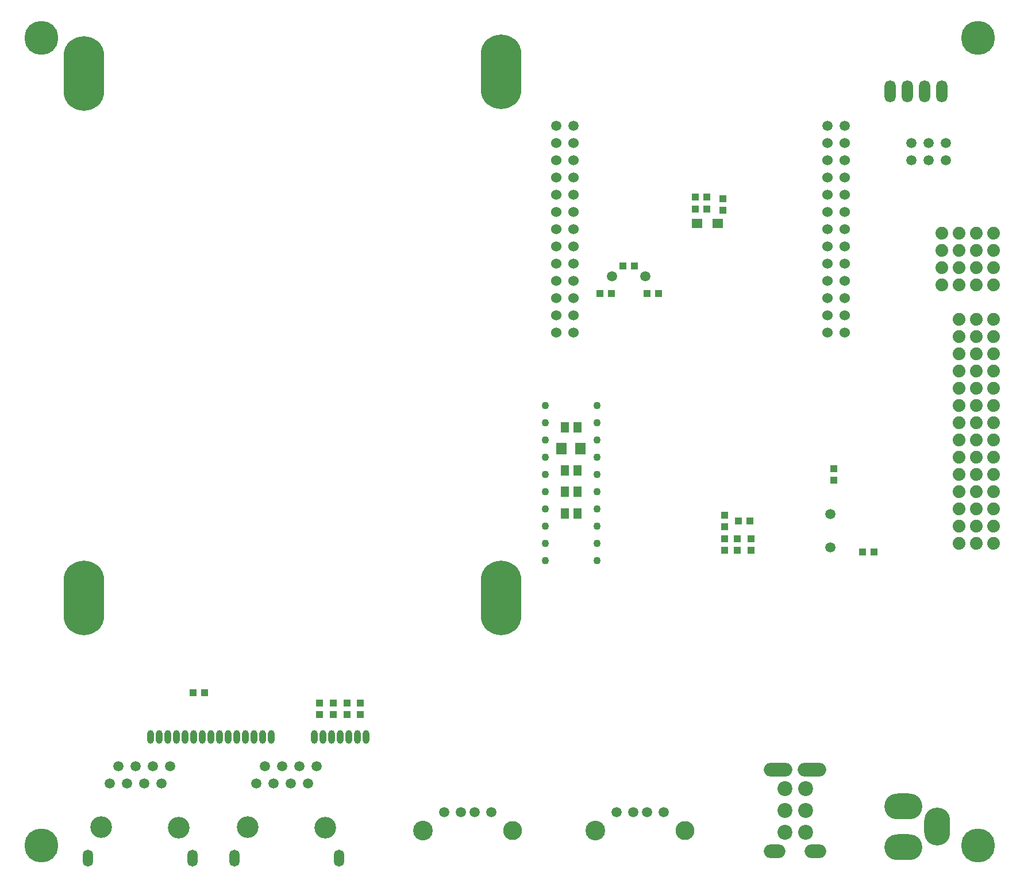
<source format=gbp>
G04 (created by PCBNEW (2013-03-19 BZR 4004)-stable) date 2015/1/4 17:53:05*
%MOIN*%
G04 Gerber Fmt 3.4, Leading zero omitted, Abs format*
%FSLAX34Y34*%
G01*
G70*
G90*
G04 APERTURE LIST*
%ADD10C,0*%
%ADD11O,0.0393701X0.0787402*%
%ADD12R,0.0629X0.0708*%
%ADD13R,0.0511X0.059*%
%ADD14O,0.15X0.22*%
%ADD15O,0.22X0.15*%
%ADD16C,0.19685*%
%ADD17C,0.06*%
%ADD18C,0.0593*%
%ADD19C,0.0433071*%
%ADD20R,0.0433X0.0393*%
%ADD21R,0.0393X0.0433*%
%ADD22C,0.0591*%
%ADD23R,0.0629X0.0551*%
%ADD24C,0.074*%
%ADD25C,0.114173*%
%ADD26C,0.110236*%
%ADD27O,0.0645X0.129*%
%ADD28O,0.23622X0.433071*%
%ADD29C,0.0866142*%
%ADD30O,0.125984X0.0787402*%
%ADD31O,0.165354X0.0787402*%
%ADD32C,0.125984*%
%ADD33O,0.0590551X0.0984252*%
G04 APERTURE END LIST*
G54D10*
G54D11*
X45620Y-70472D03*
X45120Y-70472D03*
X44620Y-70472D03*
X44120Y-70472D03*
X43620Y-70472D03*
X43120Y-70472D03*
X42620Y-70472D03*
X40120Y-70472D03*
X39620Y-70472D03*
X39120Y-70472D03*
X38620Y-70472D03*
X38120Y-70472D03*
X37620Y-70472D03*
X37120Y-70472D03*
X36620Y-70472D03*
X36120Y-70472D03*
X35620Y-70472D03*
X35120Y-70472D03*
X34620Y-70472D03*
X34120Y-70472D03*
X33620Y-70472D03*
X33120Y-70472D03*
G54D12*
X56949Y-53750D03*
X58051Y-53750D03*
G54D13*
X57874Y-55000D03*
X57126Y-55000D03*
G54D14*
X78750Y-75680D03*
G54D15*
X76780Y-74500D03*
X76780Y-76860D03*
G54D16*
X81102Y-76771D03*
X26771Y-76771D03*
X81102Y-29921D03*
G54D17*
X57631Y-47001D03*
X56631Y-47001D03*
X57631Y-46001D03*
X56631Y-46001D03*
X57631Y-45001D03*
X56631Y-45001D03*
X57631Y-44001D03*
X56631Y-44001D03*
X57631Y-43001D03*
X56631Y-43001D03*
X57631Y-42001D03*
X56631Y-42001D03*
X57631Y-41001D03*
X56631Y-41001D03*
X57631Y-40001D03*
X56631Y-40001D03*
X57631Y-39001D03*
X56631Y-39001D03*
X57631Y-38001D03*
X56631Y-38001D03*
X57631Y-37001D03*
X56631Y-37001D03*
X57631Y-36001D03*
X56631Y-36001D03*
G54D18*
X57631Y-35001D03*
X56631Y-35001D03*
G54D17*
X73379Y-47001D03*
X72379Y-47001D03*
X73379Y-46001D03*
X72379Y-46001D03*
X73379Y-45001D03*
X72379Y-45001D03*
X73379Y-44001D03*
X72379Y-44001D03*
X73379Y-43001D03*
X72379Y-43001D03*
X73379Y-42001D03*
X72379Y-42001D03*
X73379Y-41001D03*
X72379Y-41001D03*
X73379Y-40001D03*
X72379Y-40001D03*
X73379Y-39001D03*
X72379Y-39001D03*
X73379Y-38001D03*
X72379Y-38001D03*
X73379Y-37001D03*
X72379Y-37001D03*
X73379Y-36001D03*
X72379Y-36001D03*
G54D18*
X73379Y-35001D03*
X72379Y-35001D03*
G54D19*
X59000Y-60250D03*
X59000Y-59250D03*
X59000Y-58250D03*
X59000Y-57250D03*
X59000Y-56250D03*
X59000Y-55250D03*
X59000Y-54250D03*
X59000Y-53250D03*
X59000Y-52250D03*
X59000Y-51250D03*
X56000Y-51250D03*
X56000Y-52250D03*
X56000Y-53250D03*
X56000Y-54250D03*
X56000Y-55250D03*
X56000Y-56250D03*
X56000Y-57250D03*
X56000Y-58250D03*
X56000Y-59250D03*
X56000Y-60250D03*
G54D13*
X57126Y-57500D03*
X57874Y-57500D03*
X57126Y-56250D03*
X57874Y-56250D03*
X57126Y-52500D03*
X57874Y-52500D03*
G54D20*
X66302Y-39245D03*
X66302Y-39913D03*
G54D21*
X61184Y-43150D03*
X60516Y-43150D03*
G54D22*
X59887Y-43726D03*
X61809Y-43726D03*
G54D23*
X64812Y-40679D03*
X65992Y-40679D03*
G54D21*
X45280Y-68511D03*
X45280Y-69179D03*
X44492Y-68511D03*
X44492Y-69179D03*
X43705Y-68511D03*
X43705Y-69179D03*
X42918Y-68511D03*
X42918Y-69179D03*
G54D20*
X36234Y-67900D03*
X35566Y-67900D03*
X64718Y-39129D03*
X65386Y-39129D03*
X64718Y-39829D03*
X65386Y-39829D03*
X61916Y-44750D03*
X62584Y-44750D03*
G54D21*
X72750Y-55584D03*
X72750Y-54916D03*
G54D20*
X67881Y-57954D03*
X67213Y-57954D03*
G54D21*
X66397Y-58288D03*
X66397Y-57620D03*
X67147Y-59638D03*
X67147Y-58970D03*
X67947Y-58970D03*
X67947Y-59638D03*
X66397Y-58970D03*
X66397Y-59638D03*
G54D20*
X74416Y-59750D03*
X75084Y-59750D03*
X59834Y-44750D03*
X59166Y-44750D03*
G54D24*
X82000Y-50250D03*
X81000Y-50250D03*
X80000Y-50250D03*
X82000Y-49250D03*
X81000Y-49250D03*
X80000Y-49250D03*
X82000Y-54250D03*
X81000Y-54250D03*
X80000Y-54250D03*
X82000Y-51250D03*
X81000Y-51250D03*
X80000Y-51250D03*
X82000Y-48250D03*
X81000Y-48250D03*
X80000Y-48250D03*
X82000Y-52250D03*
X81000Y-52250D03*
X80000Y-52250D03*
X82000Y-53250D03*
X81000Y-53250D03*
X80000Y-53250D03*
X82000Y-55250D03*
X81000Y-55250D03*
X80000Y-55250D03*
X82000Y-59250D03*
X81000Y-59250D03*
X80000Y-59250D03*
X82000Y-46250D03*
X81000Y-46250D03*
X80000Y-46250D03*
X82000Y-47250D03*
X81000Y-47250D03*
X80000Y-47250D03*
G54D18*
X61106Y-74856D03*
X61893Y-74856D03*
X62877Y-74856D03*
X60122Y-74856D03*
G54D25*
X58901Y-75919D03*
G54D26*
X64098Y-75919D03*
G54D18*
X51106Y-74856D03*
X51893Y-74856D03*
X52877Y-74856D03*
X50122Y-74856D03*
G54D25*
X48901Y-75919D03*
G54D26*
X54098Y-75919D03*
G54D27*
X76000Y-33000D03*
X77000Y-33000D03*
X78000Y-33000D03*
X79000Y-33000D03*
G54D16*
X26771Y-29921D03*
G54D28*
X53444Y-31889D03*
X29232Y-31988D03*
X53444Y-62401D03*
X29232Y-62401D03*
G54D24*
X82000Y-42250D03*
X81000Y-42250D03*
X80000Y-42250D03*
X79000Y-42250D03*
X82000Y-41250D03*
X81000Y-41250D03*
X80000Y-41250D03*
X79000Y-41250D03*
X82000Y-43250D03*
X81000Y-43250D03*
X80000Y-43250D03*
X79000Y-43250D03*
X79000Y-44250D03*
X80000Y-44250D03*
X81000Y-44250D03*
X82000Y-44250D03*
X82000Y-58250D03*
X81000Y-58250D03*
X80000Y-58250D03*
X82000Y-57250D03*
X81000Y-57250D03*
X80000Y-57250D03*
X82000Y-56250D03*
X81000Y-56250D03*
X80000Y-56250D03*
G54D29*
X71090Y-76009D03*
X69909Y-76009D03*
X71090Y-74750D03*
X69909Y-74750D03*
X71090Y-73490D03*
X69909Y-73490D03*
G54D30*
X69318Y-77112D03*
X71681Y-77112D03*
G54D31*
X71484Y-72387D03*
X69515Y-72387D03*
G54D18*
X77250Y-37000D03*
X77250Y-36000D03*
X78250Y-37000D03*
X78250Y-36000D03*
X79250Y-37000D03*
X79250Y-36000D03*
G54D22*
X72550Y-57539D03*
X72550Y-59461D03*
G54D18*
X40750Y-72181D03*
X41250Y-73181D03*
X42250Y-73181D03*
X42750Y-72181D03*
X41750Y-72181D03*
X39250Y-73181D03*
X39750Y-72181D03*
X40250Y-73181D03*
G54D32*
X38755Y-75710D03*
X43244Y-75750D03*
G54D33*
X44031Y-77521D03*
X37968Y-77521D03*
G54D18*
X32250Y-72181D03*
X32750Y-73181D03*
X33750Y-73181D03*
X34250Y-72181D03*
X33250Y-72181D03*
X30750Y-73181D03*
X31250Y-72181D03*
X31750Y-73181D03*
G54D32*
X30255Y-75710D03*
X34744Y-75750D03*
G54D33*
X35531Y-77521D03*
X29468Y-77521D03*
M02*

</source>
